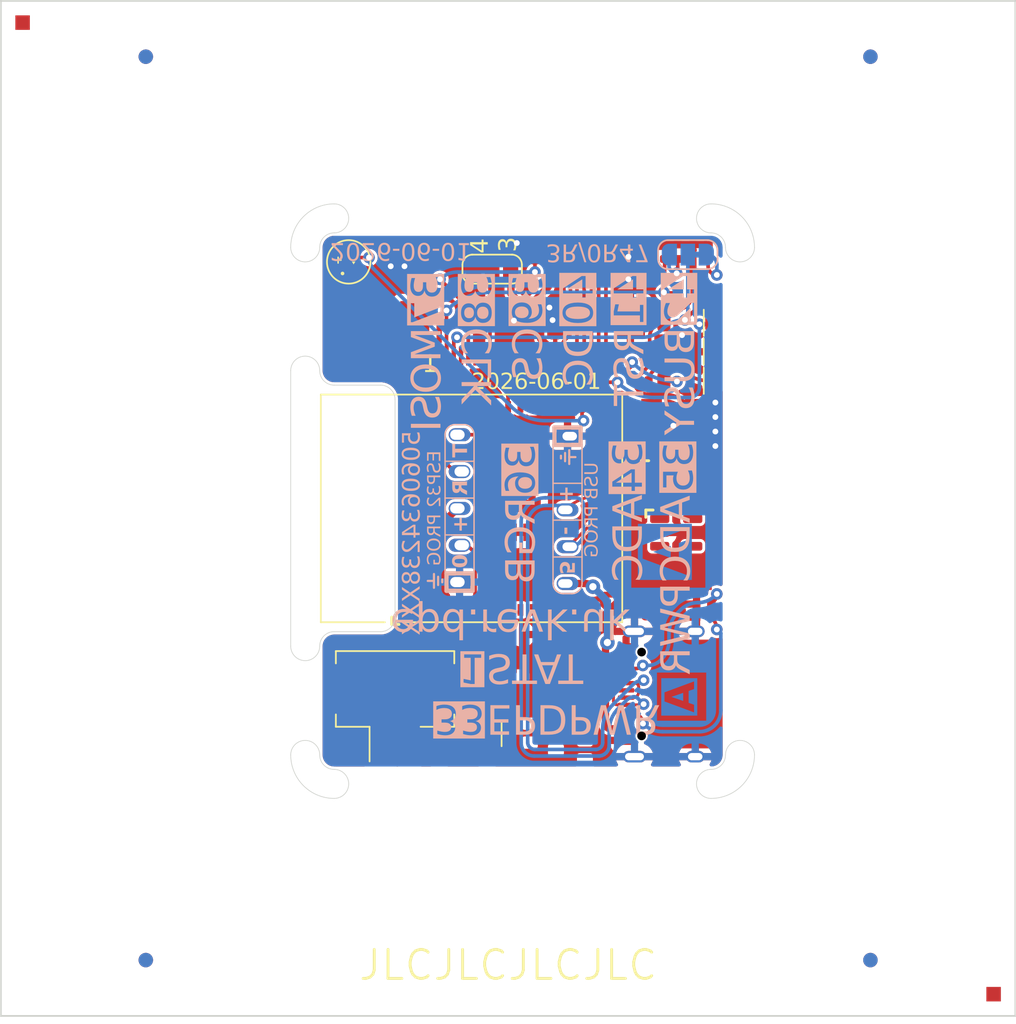
<source format=kicad_pcb>
(kicad_pcb (version 20221018) (generator pcbnew)
  (title_block (title "Waveshare EPD adapter") (rev "1") (company "Adrian Kennard, Andrews & Arnold Ltd"))
  (layers (0 "F.Cu" signal) (31 "B.Cu" signal) (34 "B.Paste" user) (35 "F.Paste" user) (36 "B.SilkS" user "B.Silkscreen") (37 "F.SilkS" user "F.Silkscreen") (38 "B.Mask" user) (39 "F.Mask" user) (44 "Edge.Cuts" user))
  (net 0 "")
  (net 1 "GND")
  (net 4 "DC")
  (net 6 "Net-(U4-EN)")
  (net 7 "+3V3")
  (net 8 "VEPD")
  (net 9 "Net-(D5-K)")
  (net 15 "VBAT")
  (net 19 "EPDPWR")
  (net 20 "ADCFET")
  (net 21 "Net-(Q4-D)")
  (net 25 "Net-(J2-0)")
  (net 26 "Net-(J2-Rx)")
  (net 27 "Net-(J2-Tx)")
  (net 28 "D-")
  (net 29 "D+")
  (net 30 "Net-(J1-Pin_24)")
  (net 31 "Net-(D1-A)")
  (net 32 "Net-(J1-Pin_22)")
  (net 33 "Net-(D3-K)")
  (net 34 "Net-(J1-Pin_20)")
  (net 35 "Net-(J1-Pin_19)")
  (net 36 "Net-(J1-Pin_18)")
  (net 37 "Net-(J1-Pin_5)")
  (net 38 "Net-(J1-Pin_4)")
  (net 39 "Net-(D2-A)")
  (net 40 "Net-(D3-A)")
  (net 41 "Net-(J1-Pin_2)")
  (net 42 "Net-(J1-Pin_3)")
  (net 46 "BUSY")
  (net 47 "RST")
  (net 48 "CS")
  (net 49 "CLK")
  (net 50 "MOSI")
  (net 51 "RGB")
  (net 52 "Net-(J1-Pin_8)")
  (net 53 "Net-(J7-CC1)")
  (net 55 "Net-(J7-CC2)")
  (net 57 "Net-(U1-PROG)")
  (net 58 "ADC")
  (net 59 "Net-(JP1-A)")
  (net 60 "Net-(JP1-B)")
  (net 61 "STAT")
  (net 62 "PWR")
  (net 63 "VBUS")
  (footprint "RevK:C_0402" (layer "F.Cu") (at 106 72.4 90)
    (fp_text reference "C14" hide)
    (fp_text value "1uF 25V" hide)
  )
  (footprint "RevK:C_0402" (layer "F.Cu") (at 105.15 72.4 90)
    (fp_text reference "C3" hide)
    (fp_text value "1uF 25V" hide)
  )
  (footprint "RevK:C_0402" (layer "F.Cu") (at 95 98.7)
    (fp_text reference "C2" hide)
    (fp_text value "100nF" hide)
  )
  (footprint "RevK:C_0402" (layer "F.Cu") (at 103.45 72.4 90)
    (fp_text reference "C4" hide)
    (fp_text value "1uF 25V" hide)
  )
  (footprint "RevK:C_0402" (layer "F.Cu") (at 101.75 72.4 90)
    (fp_text reference "C11" hide)
    (fp_text value "1uF" hide)
  )
  (footprint "RevK:SOT-23" (layer "F.Cu") (at 99.8 102.1)
    (fp_text reference "Q2" hide)
    (fp_text value "CJ2301")
  )
  (footprint "RevK:ESP32-S3-MINI-1" (layer "F.Cu") (at 99 90 90)
    (fp_text reference "U4" hide)
    (fp_text value "ESP32-S3-MINI-1" hide)
  )
  (footprint "RevK:C_0603" (layer "F.Cu") (at 92.7 98.7 180)
    (fp_text reference "C5" hide)
    (fp_text value "22uF")
  )
  (footprint "RevK:R_0402" (layer "F.Cu") (at 103.1 104.5)
    (fp_text reference "R17" hide)
    (fp_text value "100K" hide)
  )
  (footprint "RevK:R_0402" (layer "F.Cu") (at 103.1 98.7)
    (fp_text reference "R12" hide)
    (fp_text value "10K" hide)
  )
  (footprint "RevK:SOT-23" (layer "F.Cu") (at 111.7 74.2 90)
    (fp_text reference "Q1" hide)
    (fp_text value "BSS138")
  )
  (footprint "RevK:C_0402" (layer "F.Cu") (at 102.6 72.4 90)
    (fp_text reference "C7" hide)
    (fp_text value "1uF" hide)
  )
  (footprint "RevK:R_0402" (layer "F.Cu") (at 93.5 81.2)
    (fp_text reference "R3" hide)
    (fp_text value "10K" hide)
  )
  (footprint "RevK:C_0402" (layer "F.Cu") (at 108.2 81.2)
    (fp_text reference "C17" hide)
    (fp_text value "4.7uF" hide)
  )
  (footprint "RevK:C_0402" (layer "F.Cu") (at 100.85 72.4 90)
    (fp_text reference "C12" hide)
    (fp_text value "1uF 25V" hide)
  )
  (footprint "RevK:C_0603" (layer "F.Cu") (at 108.7 72.7 90)
    (fp_text reference "C1" hide)
    (fp_text value "1uF 50V")
  )
  (footprint "RevK:R_0402" (layer "F.Cu") (at 103 103.4)
    (fp_text reference "R16" hide)
    (fp_text value "100K" hide)
  )
  (footprint "RevK:C_0805" (layer "F.Cu") (at 109.75 97)
    (fp_text reference "C19" hide)
    (fp_text value "4.7uF/50V")
  )
  (footprint "RevK:R_0402" (layer "F.Cu") (at 110.7 72.3 -90)
    (fp_text reference "R2" hide)
    (fp_text value "3R" hide)
  )
  (footprint "RevK:SolderJumper3" (layer "F.Cu") (at 97.9 73.5)
    (fp_text reference "JP2" hide)
    (fp_text value "SolderJumper_3_Bridged12")
  )
  (footprint "RevK:R_0402" (layer "F.Cu") (at 112.5 97.5 180)
    (fp_text reference "R4" hide)
    (fp_text value "5k1" hide)
  )
  (footprint "RevK:D_SOD-123" (layer "F.Cu") (at 99.65 105.5)
    (fp_text reference "D5" hide)
    (fp_text value "MBR0530")
  )
  (footprint "RevK:D_SOD-123" (layer "F.Cu") (at 111.4 81.2 180)
    (fp_text reference "D2" hide)
    (fp_text value "MBR0530")
  )
  (footprint "RevK:VCUT70N" (layer "F.Cu") (at 99 108 180)
    (fp_text reference "V4" hide)
    (fp_text value "~")
  )
  (footprint "RevK:R_0402" (layer "F.Cu") (at 112.5 96.6 180)
    (fp_text reference "R5" hide)
    (fp_text value "5k1" hide)
  )
  (footprint "Connector_JST:JST_PH_B2B-PH-SM4-TB_1x02-1MP_P2.00mm_Vertical" (layer "F.Cu") (at 91.2 104.2)
    (fp_text reference "J10" hide)
    (fp_text value "JST-PH-SM3-TBT")
  )
  (footprint "RevK:R_0402" (layer "F.Cu") (at 112.8 72.3 90)
    (fp_text reference "R1" hide)
    (fp_text value "0.47R" hide)
  )
  (footprint "RevK:R_0402" (layer "F.Cu") (at 103.1 102.3)
    (fp_text reference "R15" hide)
    (fp_text value "10K" hide)
  )
  (footprint "RevK:C_0402" (layer "F.Cu") (at 104.3 72.4 90)
    (fp_text reference "C15" hide)
    (fp_text value "1uF 25V" hide)
  )
  (footprint "RevK:SOT-23-5" (layer "F.Cu") (at 110.6 91.6625)
    (fp_text reference "U1" hide)
    (fp_text value "TP4054")
  )
  (footprint "RevK:XUNPU-FPC-05FB-24PH20" (layer "F.Cu") (at 100 78.2 180)
    (fp_text reference "J1" hide)
    (fp_text value "Conn_01x26")
  )
  (footprint "RevK:D_SOD-123" (layer "F.Cu") (at 111.4 77.2 180)
    (fp_text reference "D3" hide)
    (fp_text value "MBR0530")
  )
  (footprint "RevK:R_0402" (layer "F.Cu") (at 103.1 101)
    (fp_text reference "R14" hide)
    (fp_text value "10K" hide)
  )
  (footprint "RevK:R_0402" (layer "F.Cu") (at 109.8 72.3 -90)
    (fp_text reference "R8" hide)
    (fp_text value "10K" hide)
  )
  (footprint "RevK:C_0402" (layer "F.Cu") (at 107.5 84.9 90)
    (fp_text reference "C18" hide)
    (fp_text value "4.7uF" hide)
  )
  (footprint "RevK:SOT-323_SC-70" (layer "F.Cu") (at 111.7 94.75)
    (fp_text reference "Q3" hide)
    (fp_text value "C179347" hide)
  )
  (footprint "RevK:R_0402" (layer "F.Cu") (at 103.1 99.9)
    (fp_text reference "R13" hide)
    (fp_text value "10K" hide)
  )
  (footprint "RevK:SOT-323_SC-70" (layer "F.Cu") (at 108.5 94.75)
    (fp_text reference "Q4" hide)
    (fp_text value "C179347" hide)
  )
  (footprint "RevK:SMD1010" (layer "F.Cu") (at 88 73 90)
    (fp_text reference "D4" hide)
    (fp_text value "XL-1010RGBC-WS2812B" hide)
  )
  (footprint "RevK:USB-C-Socket-H" (layer "F.Cu") (at 109.6 102.8 90)
    (fp_text reference "J7" hide)
    (fp_text value "USB-C-Socket-V")
  )
  (footprint "RevK:VCUT70N" (layer "F.Cu") (at 114 90.5 -90)
    (fp_text reference "V1" hide)
    (fp_text value "~")
  )
  (footprint "RevK:L_4x4" (layer "F.Cu") (at 110.4 84.3 180)
    (fp_text reference "L1" hide)
    (fp_text value "10uH")
  )
  (footprint "RevK:D_SOD-123" (layer "F.Cu") (at 111.4 79.2 180)
    (fp_text reference "D1" hide)
    (fp_text value "MBR0530")
  )
  (footprint "RevK:SOT-23-5" (layer "F.Cu") (at 110.3 88.2625)
    (fp_text reference "U2" hide)
    (fp_text value "ME6211C33M5G-N")
  )
  (footprint "RevK:C_0402" (layer "F.Cu") (at 95.3 81.2)
    (fp_text reference "C6" hide)
    (fp_text value "1uF" hide)
  )
  (footprint "RevK:PCB7070" (layer "F.Cu") (at 99 90)
    (fp_text reference "PCB1" hide)
    (fp_text value "70x70" hide)
    (fp_line (start -35 -35) (end 35 -35) (stroke (width 0.12)) (layer "Edge.Cuts"))
    (fp_line (start -35 35) (end -35 -35) (stroke (width 0.12)) (layer "Edge.Cuts"))
    (fp_line (start 35 -35) (end 35 35) (stroke (width 0.12)) (layer "Edge.Cuts"))
    (fp_line (start 35 35) (end -35 35) (stroke (width 0.12)) (layer "Edge.Cuts"))
  )
  (footprint "RevK:VCUT70N" (layer "B.Cu") (at 99 71 180)
    (fp_text reference "V6" hide)
    (fp_text value "~")
  )
  (footprint "RevK:SolderJumper3" (layer "B.Cu") (at 111.4 72.5 180)
    (fp_text reference "JP1" hide)
    (fp_text value "SolderJumper_3_Bridged12")
  )
  (footprint "RevK:VCUT70N" (layer "B.Cu") (at 86 90.5 -90)
    (fp_text reference "V3" hide)
    (fp_text value "~")
  )
  (footprint "RevK:USB-PROG" (layer "B.Cu") (at 103.1 90.1 90)
    (fp_text reference "J3" hide)
    (fp_text value "USB-PROG" hide)
  )
  (footprint "RevK:Shelly" (layer "B.Cu") (at 95.65 90 -90)
    (fp_text reference "J2" hide)
    (fp_text value "Shelly" hide)
  )
  (gr_circle (center 88 73) (end 89.5 73) (stroke (width 0.12)) (fill none) (layer "F.SilkS"))
  (gr_arc (start 83.999999 80.5) (mid 84.999999 79.5) (end 85.999999 80.5) (stroke (width 0.05)) (layer "Edge.Cuts"))
  (gr_arc (start 113 69) (mid 115.12132 69.87868) (end 116 72) (stroke (width 0.05)) (layer "Edge.Cuts"))
  (gr_line (start 83.999999 80.5) (end 84 99.5) (stroke (width 0.05)) (layer "Edge.Cuts"))
  (gr_arc (start 86.999999 81.5) (mid 86.292893 81.207106) (end 85.999999 80.5) (stroke (width 0.05)) (layer "Edge.Cuts"))
  (gr_arc (start 113 110) (mid 112 109) (end 113 108) (stroke (width 0.05)) (layer "Edge.Cuts"))
  (gr_line (start 91.200001 97.500001) (end 91.2 82.5) (stroke (width 0.05)) (layer "Edge.Cuts"))
  (gr_arc (start 83.999999 107.000001) (mid 84.999999 106.000001) (end 85.999999 107.000001) (stroke (width 0.05)) (layer "Edge.Cuts"))
  (gr_arc (start 86.000001 72.000001) (mid 85.000001 73.000001) (end 84.000001 72.000001) (stroke (width 0.05)) (layer "Edge.Cuts"))
  (gr_arc (start 86.000001 72.000001) (mid 86.292894 71.292894) (end 87.000001 71.000001) (stroke (width 0.05)) (layer "Edge.Cuts"))
  (gr_arc (start 86 99.5) (mid 85 100.5) (end 84 99.5) (stroke (width 0.05)) (layer "Edge.Cuts"))
  (gr_arc (start 114 107) (mid 115 106) (end 116 107) (stroke (width 0.05)) (layer "Edge.Cuts"))
  (gr_arc (start 116 107) (mid 115.12132 109.12132) (end 113 110) (stroke (width 0.05)) (layer "Edge.Cuts"))
  (gr_arc (start 87.000001 69.000001) (mid 88.000001 70.000001) (end 87.000001 71.000001) (stroke (width 0.05)) (layer "Edge.Cuts"))
  (gr_arc (start 114 107) (mid 113.707107 107.707107) (end 113 108) (stroke (width 0.05)) (layer "Edge.Cuts"))
  (gr_line (start 90.2 81.5) (end 86.999999 81.5) (stroke (width 0.05)) (layer "Edge.Cuts"))
  (gr_arc (start 86.999999 108.000001) (mid 87.999999 109) (end 86.999999 110.000001) (stroke (width 0.05)) (layer "Edge.Cuts"))
  (gr_arc (start 91.200001 97.500001) (mid 90.907108 98.207108) (end 90.200001 98.500001) (stroke (width 0.05)) (layer "Edge.Cuts"))
  (gr_arc (start 113 71) (mid 113.707107 71.292893) (end 114 72) (stroke (width 0.05)) (layer "Edge.Cuts"))
  (gr_arc (start 116 72) (mid 115 73) (end 114 72) (stroke (width 0.05)) (layer "Edge.Cuts"))
  (gr_arc (start 86.999999 108.000001) (mid 86.292893 107.707107) (end 85.999999 107.000001) (stroke (width 0.05)) (layer "Edge.Cuts"))
  (gr_arc (start 86 99.5) (mid 86.292894 98.792894) (end 87 98.5) (stroke (width 0.05)) (layer "Edge.Cuts"))
  (gr_arc (start 86.999999 110.000001) (mid 84.878679 109.121321) (end 83.999999 107.000001) (stroke (width 0.05)) (layer "Edge.Cuts"))
  (gr_arc (start 84.000001 72.000001) (mid 84.878681 69.878681) (end 87.000001 69.000001) (stroke (width 0.05)) (layer "Edge.Cuts"))
  (gr_line (start 87 98.5) (end 90.200001 98.500001) (stroke (width 0.05)) (layer "Edge.Cuts"))
  (gr_arc (start 113 71) (mid 112 70) (end 113 69) (stroke (width 0.05)) (layer "Edge.Cuts"))
  (gr_arc (start 90.2 81.5) (mid 90.907107 81.792893) (end 91.2 82.5) (stroke (width 0.05)) (layer "Edge.Cuts"))
  (gr_text "A" (at 111 103 90) (layer "B.Cu" knockout) (effects (font (size 2 2) (thickness 0.3) bold) (justify mirror)))
  (gr_text "A" (at 110.1 93 90) (layer "B.Cu" knockout) (effects (font (size 3 3) (thickness 0.3) bold) (justify mirror)))
  (gr_text "37" (at 93.5 77.4 90) (layer "B.SilkS" knockout) (effects (font (size 2 2)) (justify right mirror)))
  (gr_text "39" (at 100.5 77.4 90) (layer "B.SilkS" knockout) (effects (font (size 2 2)) (justify right mirror)))
  (gr_text "ADC" (at 107.4 89.05 90) (layer "B.SilkS") (effects (font (size 2 2)) (justify left mirror)))
  (gr_text "${CURRENT_DATE}" (at 86.7 71.5 180) (layer "B.SilkS") (effects (font (size 1.2 1.2)) (justify left bottom mirror)))
  (gr_text "epd.revk.uk" (at 107.4 97.8 180) (layer "B.SilkS") (effects (font (size 2 2)) (justify right mirror)))
  (gr_text "36" (at 100 89.1 90) (layer "B.SilkS" knockout) (effects (font (size 2 2)) (justify right mirror)))
  (gr_text "35" (at 110.9 88.95 90) (layer "B.SilkS" knockout) (effects (font (size 2 2)) (justify right mirror)))
  (gr_text "ADCPWR" (at 110.7 89.1 90) (layer "B.SilkS") (effects (font (size 2 2)) (justify left mirror)))
  (gr_text "5060634238XXX" (at 92.4 91.7 90) (layer "B.SilkS") (effects (font (size 1.2 1.2)) (justify mirror)))
  (gr_text "BUSY" (at 111 77.5 90) (layer "B.SilkS") (effects (font (size 2 2)) (justify left mirror)))
  (gr_text "CS" (at 100.5 77.5 90) (layer "B.SilkS") (effects (font (size 2 2)) (justify left mirror)))
  (gr_text "38" (at 97 77.4 90) (layer "B.SilkS" knockout) (effects (font (size 2 2)) (justify right mirror)))
  (gr_text "EPDPWR" (at 97.5 104.4 180) (layer "B.SilkS") (effects (font (size 2 2)) (justify left mirror)))
  (gr_text "33" (at 97.4 104.4 180) (layer "B.SilkS" knockout) (effects (font (size 2 2)) (justify right mirror)))
  (gr_text "STAT" (at 97.5 100.9 180) (layer "B.SilkS") (effects (font (size 2 2)) (justify left mirror)))
  (gr_text "41" (at 107.5 77.4 90) (layer "B.SilkS" knockout) (effects (font (size 2 2)) (justify right mirror)))
  (gr_text "CLK" (at 97 77.5 90) (layer "B.SilkS") (effects (font (size 2 2)) (justify left mirror)))
  (gr_text "42" (at 111 77.4 90) (layer "B.SilkS" knockout) (effects (font (size 2 2)) (justify right mirror)))
  (gr_text "DC" (at 104 77.5 90) (layer "B.SilkS") (effects (font (size 2 2)) (justify left mirror)))
  (gr_text "MOSI" (at 93.5 77.5 90) (layer "B.SilkS") (effects (font (size 2 2)) (justify left mirror)))
  (gr_text "RGB" (at 100 89.2 90) (layer "B.SilkS") (effects (font (size 2 2)) (justify left mirror)))
  (gr_text "1" (at 97.4 100.9 180) (layer "B.SilkS" knockout) (effects (font (size 2 2)) (justify right mirror)))
  (gr_text "3R/0R47" (at 101.6 72.3 180) (layer "B.SilkS") (effects (font (size 1.2 1.2)) (justify left mirror)))
  (gr_text "34" (at 107.4 88.95 90) (layer "B.SilkS" knockout) (effects (font (size 2 2)) (justify right mirror)))
  (gr_text "40" (at 104 77.4 90) (layer "B.SilkS" knockout) (effects (font (size 2 2)) (justify right mirror)))
  (gr_text "RST" (at 107.5 77.5 90) (layer "B.SilkS") (effects (font (size 2 2)) (justify left mirror)))
  (gr_text "${CURRENT_DATE}" (at 96.475 81.95) (layer "F.SilkS") (effects (font (size 1.1 1.1)) (justify left bottom)))
  (gr_text "1" (at 93.6 80.1) (layer "F.SilkS") (effects (font (size 1.2 1.2))))
  (gr_text "4" (at 97.8 71.9 90) (layer "F.SilkS") (effects (font (size 1.2 1.2)) (justify bottom)))
  (gr_text "3" (at 99.744975 71.8 90) (layer "F.SilkS") (effects (font (size 1.2 1.2)) (justify bottom)))
  (segment (start 106.725 83.8) (end 106.725 83.725) (width 0.25) (layer "F.Cu") (net 1))
  (segment (start 95.6 83) (end 95.6 81.682842) (width 0.5) (layer "F.Cu") (net 1))
  (segment (start 94.310811 84.05) (end 92 84.05) (width 0.5) (layer "F.Cu") (net 1))
  (segment (start 106.725 83.8) (end 106.725 84.625) (width 0.25) (layer "F.Cu") (net 1))
  (segment (start 96.6 73.5) (end 95.35 73.5) (width 0.5) (layer "F.Cu") (net 1))
  (segment (start 94.75 83) (end 94.75 83.610811) (width 0.5) (layer "F.Cu") (net 1))
  (segment (start 94.75 83.610811) (end 94.310811 84.05) (width 0.5) (layer "F.Cu") (net 1))
  (via (at 107.3 72.65) (size 0.8) (drill 0.4) (layers "F.Cu" "B.Cu") (net 1))
  (via (at 107.3 74.2) (size 0.8) (drill 0.4) (layers "F.Cu" "B.Cu") (net 1))
  (via (at 91.85 73.3) (size 0.8) (drill 0.4) (layers "F.Cu" "B.Cu") (net 1))
  (via (at 111 78.05) (size 0.8) (drill 0.4) (layers "F.Cu" "B.Cu") (net 1))
  (via (at 113.3 82.7) (size 0.8) (drill 0.4) (layers "F.Cu" "B.Cu") (net 1))
  (via (at 102.067112 77.015844) (size 0.8) (drill 0.4) (layers "F.Cu" "B.Cu") (net 1))
  (via (at 113.3 84.7) (size 0.8) (drill 0.4) (layers "F.Cu" "B.Cu") (net 1))
  (via (at 99.4 77.05) (size 0.8) (drill 0.4) (layers "F.Cu" "B.Cu") (net 1))
  (via (at 99.6 71.7) (size 0.8) (drill 0.4) (layers "F.Cu" "B.Cu") (net 1))
  (via (at 101.85 76.15) (size 0.8) (drill 0.4) (layers "F.Cu" "B.Cu") (net 1))
  (via (at 113.3 85.7) (size 0.8) (drill 0.4) (layers "F.Cu" "B.Cu") (net 1))
  (via (at 90.9 73.3) (size 0.8) (drill 0.4) (layers "F.Cu" "B.Cu") (net 1))
  (via (at 113.3 83.7) (size 0.8) (drill 0.4) (layers "F.Cu" "B.Cu") (net 1))
  (via (at 110.4 84.3) (size 0.8) (drill 0.4) (layers "F.Cu" "B.Cu") (net 1))
  (arc (start 95.6 81.682842) (mid 95.651978 81.42153) (end 95.8 81.2) (width 0.5) (layer "F.Cu") (net 1))
  (arc (start 106.725 84.625) (mid 106.951992 85.173008) (end 107.5 85.4) (width 0.25) (layer "F.Cu") (net 1))
  (arc (start 106.725 83.725) (mid 106.512652 83.212348) (end 106 83) (width 0.25) (layer "F.Cu") (net 1))
  (segment (start 99.25 79.5) (end 99.25 80.054288) (width 0.25) (layer "F.Cu") (net 4))
  (segment (start 99.86382 81.53618) (end 100.256191 81.928552) (width 0.25) (layer "F.Cu") (net 4))
  (arc (start 100.7 83) (mid 100.584658 82.420136) (end 100.256191 81.928552) (width 0.25) (layer "F.Cu") (net 4))
  (arc (start 99.25 80.054288) (mid 99.409527 80.856282) (end 99.86382 81.53618) (width 0.25) (layer "F.Cu") (net 4))
  (segment (start 94.8 81.2) (end 94 81.2) (width 0.25) (layer "F.Cu") (net 6))
  (segment (start 93.651041 81.548959) (end 94 81.2) (width 0.25) (layer "F.Cu") (net 6))
  (arc (start 93.05 83) (mid 93.206205 82.214702) (end 93.651041 81.548959) (width 0.25) (layer "F.Cu") (net 6))
  (segment (start 95.5 90) (end 94.45 91.05) (width 0.5) (layer "F.Cu") (net 7))
  (segment (start 94.45 91.05) (end 94.45 95.75) (width 0.5) (layer "F.Cu") (net 7))
  (segment (start 94.45 95.75) (end 94.75 96.05) (width 0.5) (layer "F.Cu") (net 7))
  (segment (start 94.75 96.05) (end 94.75 97) (width 0.5) (layer "F.Cu") (net 7))
  (segment (start 108.8 84.4) (end 108.9 84.3) (width 0.5) (layer "F.Cu") (net 8))
  (segment (start 101.25 78.3) (end 101.65 78.7) (width 0.5) (layer "F.Cu") (net 8))
  (segment (start 107.5 84.4) (end 108.8 84.4) (width 0.5) (layer "F.Cu") (net 8))
  (segment (start 99.2 75.2) (end 100.25 76.25) (width 0.5) (layer "F.Cu") (net 8))
  (segment (start 101.25 78.3) (end 101.35 78.4) (width 0.5) (layer "F.Cu") (net 8))
  (segment (start 103.230143 80.6) (end 101.75 80.6) (width 0.5) (layer "F.Cu") (net 8))
  (segment (start 101.65 79.8) (end 101.35 79.5) (width 0.5) (layer "F.Cu") (net 8))
  (segment (start 100.25 76.25) (end 101.75 74.75) (width 0.5) (layer "F.Cu") (net 8))
  (segment (start 107.5 84.4) (end 107.5 82.8) (width 0.5) (layer "F.Cu") (net 8))
  (segment (start 107.5 82.8) (end 106.85 82.15) (width 0.5) (layer "F.Cu") (net 8))
  (segment (start 106.85 82.15) (end 104.780143 82.15) (width 0.5) (layer "F.Cu") (net 8))
  (segment (start 101.75 80.6) (end 101.65 80.5) (width 0.5) (layer "F.Cu") (net 8))
  (segment (start 101.65 80.5) (end 101.65 79.8) (width 0.5) (layer "F.Cu") (net 8))
  (segment (start 104.780143 82.15) (end 103.230143 80.6) (width 0.5) (layer "F.Cu") (net 8))
  (segment (start 100.25 76.25) (end 101.25 77.25) (width 0.5) (layer "F.Cu") (net 8))
  (segment (start 101.25 77.25) (end 101.25 78.3) (width 0.5) (layer "F.Cu") (net 8))
  (segment (start 101.35 78.4) (end 101.35 79.5) (width 0.5) (layer "F.Cu") (net 8))
  (segment (start 101.75 74.75) (end 101.75 72.9) (width 0.5) (layer "F.Cu") (net 8))
  (segment (start 99.2 73.5) (end 99.2 75.2) (width 0.5) (layer "F.Cu") (net 8))
  (segment (start 101.65 78.7) (end 101.65 79.5) (width 0.5) (layer "F.Cu") (net 8))
  (segment (start 96.725 93.465) (end 96.725 95.85) (width 0.25) (layer "F.Cu") (net 25))
  (segment (start 95.6 96.575) (end 95.6 97) (width 0.25) (layer "F.Cu") (net 25))
  (segment (start 96.3 96.275) (end 95.9 96.275) (width 0.25) (layer "F.Cu") (net 25))
  (arc (start 96.725 95.85) (mid 96.60052 96.15052) (end 96.3 96.275) (width 0.25) (layer "F.Cu") (net 25))
  (arc (start 95.8 92.54) (mid 96.454074 92.810926) (end 96.725 93.465) (width 0.25) (layer "F.Cu") (net 25))
  (arc (start 95.9 96.275) (mid 95.687868 96.362868) (end 95.6 96.575) (width 0.25) (layer "F.Cu") (net 25))
  (segment (start 97.3 83.65) (end 97.3 83) (width 0.25) (layer "F.Cu") (net 26))
  (segment (start 94.736992 84.436992) (end 94.89147 84.282513) (width 0.25) (layer "F.Cu") (net 26))
  (segment (start 95.223455 84.145) (end 96.805 84.145) (width 0.25) (layer "F.Cu") (net 26))
  (segment (start 94.575 86.235) (end 94.575 84.828075) (width 0.25) (layer "F.Cu") (net 26))
  (arc (start 96.805 84.145) (mid 97.155018 84.000018) (end 97.3 83.65) (width 0.25) (layer "F.Cu") (net 26))
  (arc (start 94.89147 84.282513) (mid 95.043786 84.180738) (end 95.223455 84.145) (width 0.25) (layer "F.Cu") (net 26))
  (arc (start 94.575 84.828075) (mid 94.6171 84.616423) (end 94.736992 84.436992) (width 0.25) (layer "F.Cu") (net 26))
  (arc (start 95.8 87.46) (mid 94.933794 87.101206) (end 94.575 86.235) (width 0.25) (layer "F.Cu") (net 26))
  (segment (start 96.88 84.92) (end 95.5 84.92) (width 0.25) (layer "F.Cu") (net 27))
  (segment (start 98.15 83) (end 98.15 83.65) (width 0.25) (layer "F.Cu") (net 27))
  (arc (start 98.15 83.65) (mid 97.778026 84.548026) (end 96.88 84.92) (width 0.25) (layer "F.Cu") (net 27))
  (segment (start 105.8 90) (end 103.25 92.55) (width 0.2) (layer "F.Cu") (net 28))
  (segment (start 107.14 103.55) (end 106.53759 103.55) (width 0.2) (layer "F.Cu") (net 28))
  (segment (start 107.14 103.55) (end 108.3 103.55) (width 0.2) (layer "F.Cu") (net 28))
  (segment (start 108.3 103.55) (end 108.35 103.5) (width 0.2) (layer "F.Cu") (net 28))
  (segment (start 107.14 102.55) (end 106.62 102.55) (width 0.2) (layer "F.Cu") (net 28))
  (segment (start 106.27 102.9) (end 106.27 103.28241) (width 0.2) (layer "F.Cu") (net 28))
  (segment (start 105.25 90.55) (end 103.31364 92.48636) (width 0.2) (layer "F.Cu") (net 28))
  (segment (start 105.8 90) (end 105.25 90.55) (width 0.2) (layer "F.Cu") (net 28))
  (segment (start 105.25 90.55) (end 105.658578 90.141422) (width 0.2) (layer "F.Cu") (net 28))
  (via (at 108.35 103.5) (size 0.8) (drill 0.4) (layers "F.Cu" "B.Cu") (net 28))
  (arc (start 105.658578 90.141422) (mid 105.815223 90.036755) (end 106 90) (width 0.2) (layer "F.Cu") (net 28))
  (arc (start 106.53759 103.55) (mid 106.348375 103.471625) (end 106.27 103.28241) (width 0.2) (layer "F.Cu") (net 28))
  (arc (start 106.62 102.55) (mid 106.372513 102.652513) (end 106.27 102.9) (width 0.2) (layer "F.Cu") (net 28))
  (segment (start 107.615706 103.001211) (end 107.682842 103) (width 0.25) (layer "B.Cu") (net 28))
  (segment (start 105.936275 106.580643) (end 105.973275 106.418533) (width 0.25) (layer "B.Cu") (net 28))
  (segment (start 100.8 107.075) (end 105.235394 107.075) (width 0.25) (layer "B.Cu") (net 28))
  (segment (start 106.502723 103.900319) (end 106.6 103.8) (width 0.25) (layer "B.Cu") (net 28))
  (segment (start 107.2 103.2) (end 107.248319 103.153375) (width 0.25) (layer "B.Cu") (net 28))
  (segment (start 106.013622 104.89211) (end 106.085948 104.62219) (width 0.25) (layer "B.Cu") (net 28))
  (segment (start 105.630455 106.96413) (end 105.760457 106.860457) (width 0.25) (layer "B.Cu") (net 28))
  (segment (start 105.975 105.308883) (end 105.977146 105.169162) (width 0.25) (layer "B.Cu") (net 28))
  (segment (start 105.318533 107.073275) (end 105.480643 107.036275) (width 0.25) (layer "B.Cu") (net 28))
  (segment (start 107.921848 103.073015) (end 107.956067 103.106067) (width 0.25) (layer "B.Cu") (net 28))
  (segment (start 105.86413 106.730455) (end 105.936275 106.580643) (width 0.25) (layer "B.Cu") (net 28))
  (segment (start 107.682842 103) (end 107.7 103) (width 0.25) (layer "B.Cu") (net 28))
  (segment (start 106.192887 104.364019) (end 106.332609 104.122015) (width 0.25) (layer "B.Cu") (net 28))
  (segment (start 107.7 103) (end 107.747568 103.000819) (width 0.25) (layer "B.Cu") (net 28))
  (segment (start 105.760457 106.860457) (end 105.86413 106.730455) (width 0.25) (layer "B.Cu") (net 28))
  (segment (start 107.359962 103.07878) (end 107.484014 103.0274) (width 0.25) (layer "B.Cu") (net 28))
  (segment (start 107.747568 103.000819) (end 107.839461 103.025444) (width 0.25) (layer "B.Cu") (net 28))
  (segment (start 107.956067 103.106067) (end 108.35 103.5) (width 0.25) (layer "B.Cu") (net 28))
  (segment (start 105.975 106.335394) (end 105.975 105.308883) (width 0.25) (layer "B.Cu") (net 28))
  (segment (start 107.248319 103.153375) (end 107.359962 103.07878) (width 0.25) (layer "B.Cu") (net 28))
  (segment (start 104.2 91.69) (end 104.2 89.803984) (width 0.25) (layer "B.Cu") (net 28))
  (segment (start 107.484014 103.0274) (end 107.615706 103.001211) (width 0.25) (layer "B.Cu") (net 28))
  (segment (start 105.235394 107.075) (end 105.318533 107.073275) (width 0.25) (layer "B.Cu") (net 28))
  (segment (start 105.480643 107.036275) (end 105.630455 106.96413) (width 0.25) (layer "B.Cu") (net 28))
  (segment (start 106.6 103.8) (end 107.2 103.2) (width 0.25) (layer "B.Cu") (net 28))
  (segment (start 107.839461 103.025444) (end 107.921848 103.073015) (width 0.25) (layer "B.Cu") (net 28))
  (segment (start 103.6664 89.270384) (end 101.568139 89.270384) (width 0.25) (layer "B.Cu") (net 28))
  (segment (start 106.085948 104.62219) (end 106.192887 104.364019) (width 0.25) (layer "B.Cu") (net 28))
  (segment (start 99.9 90.938523) (end 99.9 106.175) (width 0.25) (layer "B.Cu") (net 28))
  (segment (start 105.973275 106.418533) (end 105.975 106.335394) (width 0.25) (layer "B.Cu") (net 28))
  (segment (start 106.332609 104.122015) (end 106.502723 103.900319) (width 0.25) (layer "B.Cu") (net 28))
  (segment (start 105.977146 105.169162) (end 106.013622 104.89211) (width 0.25) (layer "B.Cu") (net 28))
  (arc (start 104.2 89.803984) (mid 104.043712 89.426672) (end 103.6664 89.270384) (width 0.25) (layer "B.Cu") (net 28))
  (arc (start 99.9 106.175) (mid 100.163604 106.811396) (end 100.8 107.075) (width 0.25) (layer "B.Cu") (net 28))
  (arc (start 103.25 92.64) (mid 103.921751 92.361751) (end 104.2 91.69) (width 0.25) (layer "B.Cu") (net 28))
  (arc (start 101.568139 89.270384) (mid 100.388587 89.758971) (end 99.9 90.938523) (width 0.25) (layer "B.Cu") (net 28))
  (segment (start 106 89.15) (end 105.243502 89.15) (width 0.2) (layer "F.Cu") (net 29))
  (segment (start 108.150498 102.05) (end 108.350498 101.85) (width 0.2) (layer "F.Cu") (net 29))
  (segment (start 107.14 102.05) (end 107.74241 102.05) (width 0.2) (layer "F.Cu") (net 29))
  (segment (start 107.68122 103.05) (end 107.14 103.05) (width 0.2) (layer "F.Cu") (net 29))
  (segment (start 107.14 102.05) (end 108.150498 102.05) (width 0.2) (layer "F.Cu") (net 29))
  (segment (start 108.01 102.31759) (end 108.01 102.636367) (width 0.2) (layer "F.Cu") (net 29))
  (via (at 108.350498 101.85) (size 0.8) (drill 0.4) (layers "F.Cu" "B.Cu") (net 29))
  (arc (start 105.243502 89.15) (mid 104.002268 89.396897) (end 102.95 90.1) (width 0.2) (layer "F.Cu") (net 29))
  (arc (start 108.01 102.636367) (mid 107.973947 102.817618) (end 107.871276 102.971276) (width 0.2) (layer "F.Cu") (net 29))
  (arc (start 107.871276 102.971276) (mid 107.784077 103.029541) (end 107.68122 103.05) (width 0.2) (layer "F.Cu") (net 29))
  (arc (start 107.74241 102.05) (mid 107.931625 102.128375) (end 108.01 102.31759) (width 0.2) (layer "F.Cu") (net 29))
  (segment (start 105.525 105.2) (end 105.525 106.148998) (width 0.25) (layer "B.Cu") (net 29))
  (segment (start 107.604674 102.158931) (end 106.981802 102.781802) (width 0.25) (layer "B.Cu") (net 29))
  (segment (start 101.6 89.8) (end 102.65 89.8) (width 0.25) (layer "B.Cu") (net 29))
  (segment (start 106.981802 102.781802) (end 106.20481 103.558794) (width 0.25) (layer "B.Cu") (net 29))
  (segment (start 105.048998 106.625) (end 100.851002 106.625) (width 0.25) (layer "B.Cu") (net 29))
  (segment (start 100.35 106.123998) (end 100.35 91.05) (width 0.25) (layer "B.Cu") (net 29))
  (arc (start 106.20481 103.558794) (mid 105.701677 104.311785) (end 105.525 105.2) (width 0.25) (layer "B.Cu") (net 29))
  (arc (start 100.851002 106.625) (mid 100.49674 106.47826) (end 100.35 106.123998) (width 0.25) (layer "B.Cu") (net 29))
  (arc (start 102.65 89.8) (mid 102.862132 89.887868) (end 102.95 90.1) (width 0.25) (layer "B.Cu") (net 29))
  (arc (start 108.350498 101.85) (mid 107.946861 101.930288) (end 107.604674 102.158931) (width 0.25) (layer "B.Cu") (net 29))
  (arc (start 100.35 91.05) (mid 100.716117 90.166117) (end 101.6 89.8) (width 0.25) (layer "B.Cu") (net 29))
  (arc (start 105.525 106.148998) (mid 105.385582 106.485582) (end 105.048998 106.625) (width 0.25) (layer "B.Cu") (net 29))
  (segment (start 106.625 73.475) (end 108.7 73.475) (width 0.25) (layer "F.Cu") (net 30))
  (segment (start 105.75 79.5) (end 105.75 74.35) (width 0.25) (layer "F.Cu") (net 30))
  (arc (start 105.75 74.35) (mid 106.006282 73.731282) (end 106.625 73.475) (width 0.25) (layer "F.Cu") (net 30))
  (segment (start 108.957107 80.579289) (end 109.368198 80.168198) (width 0.25) (layer "F.Cu") (net 31))
  (segment (start 110.975 80.425) (end 109.75 79.2) (width 0.25) (layer "F.Cu") (net 31))
  (arc (start 109.75 79.246447) (mid 109.650773 79.745295) (end 109.368198 80.168198) (width 0.25) (layer "F.Cu") (net 31))
  (arc (start 108.7 81.2) (mid 108.76682 80.864074) (end 108.957107 80.579289) (width 0.25) (layer "F.Cu") (net 31))
  (arc (start 112.846015 81.2) (mid 111.833429 80.998584) (end 110.975 80.425) (width 0.25) (layer "F.Cu") (net 31))
  (segment (start 105.15 73.169999) (end 105.15 72.9) (width 0.25) (layer "F.Cu") (net 32))
  (segment (start 104.959999 73.359999) (end 105.15 73.169999) (width 0.25) (layer "F.Cu") (net 32))
  (segment (start 104.75 79.5) (end 104.75 73.866981) (width 0.25) (layer "F.Cu") (net 32))
  (arc (start 104.75 73.866981) (mid 104.804577 73.592605) (end 104.959999 73.359999) (width 0.25) (layer "F.Cu") (net 32))
  (segment (start 105.1 81.3) (end 106.55 81.3) (width 0.25) (layer "F.Cu") (net 33))
  (segment (start 112.2 77.3) (end 112.95 77.3) (width 0.25) (layer "F.Cu") (net 33))
  (segment (start 104.25 79.5) (end 104.25 74.1) (width 0.25) (layer "F.Cu") (net 33))
  (segment (start 104.25 74.1) (end 104.25 73.02071) (width 0.25) (layer "F.Cu") (net 33))
  (segment (start 104.25 74.1) (end 104.25 72.95) (width 0.25) (layer "F.Cu") (net 33))
  (segment (start 104.25 79.5) (end 104.25 80.45) (width 0.25) (layer "F.Cu") (net 33))
  (via (at 106.55 81.3) (size 0.8) (drill 0.4) (layers "F.Cu" "B.Cu") (net 33))
  (via (at 112.2 77.3) (size 0.8) (drill 0.4) (layers "F.Cu" "B.Cu") (net 33))
  (arc (start 104.25 80.45) (mid 104.498959 81.051041) (end 105.1 81.3) (width 0.25) (layer "F.Cu") (net 33))
  (segment (start 112.2 77.3) (end 112.2 81.65) (width 0.25) (layer "B.Cu") (net 33))
  (segment (start 111.5 82.35) (end 109.084924 82.35) (width 0.25) (layer "B.Cu") (net 33))
  (arc (start 109.084924 82.35) (mid 107.713033 82.077114) (end 106.55 81.3) (width 0.25) (layer "B.Cu") (net 33))
  (arc (start 112.2 81.65) (mid 111.994975 82.144975) (end 111.5 82.35) (width 0.25) (layer "B.Cu") (net 33))
  (segment (start 103.75 79.5) (end 103.75 73.624264) (width 0.25) (layer "F.Cu") (net 34))
  (arc (start 103.75 73.624264) (mid 103.672033 73.232295) (end 103.45 72.9) (width 0.25) (layer "F.Cu") (net 34))
  (segment (start 102.6 72.9) (end 102.6 73.169999) (width 0.25) (layer "F.Cu") (net 36))
  (segment (start 103.2 78.1) (end 102.9 78.4) (width 0.25) (layer "F.Cu") (net 36))
  (segment (start 102.6 73.169999) (end 103.137364 73.707363) (width 0.25) (layer "F.Cu") (net 36))
  (segment (start 103.3 74.1) (end 103.3 77.858579) (width 0.25) (layer "F.Cu") (net 36))
  (segment (start 102.75 79.5) (end 102.75 78.762132) (width 0.25) (layer "F.Cu") (net 36))
  (arc (start 103.137364 73.707363) (mid 103.257732 73.887506) (end 103.3 74.1) (width 0.25) (layer "F.Cu") (net 36))
  (arc (start 103.3 77.858579) (mid 103.274011 77.989235) (end 103.2 78.1) (width 0.25) (layer "F.Cu") (net 36))
  (arc (start 102.75 78.762132) (mid 102.788984 78.566148) (end 102.9 78.4) (width 0.25) (layer "F.Cu") (net 36))
  (segment (start 96.25 79.5) (end 96.25 76.15) (width 0.25) (layer "F.Cu") (net 37))
  (segment (start 96.25 76.15) (end 94.3 74.2) (width 0.25) (layer "F.Cu") (net 37))
  (segment (start 100.85 72.9) (end 100.85 73.7) (width 0.25) (layer "F.Cu") (net 37))
  (via (at 94.3 74.2) (size 0.8) (drill 0.4) (layers "F.Cu" "B.Cu") (net 37))
  (via (at 100.85 73.7) (size 0.8) (drill 0.4) (layers "F.Cu" "B.Cu") (net 37))
  (segment (start 100.85 73.7) (end 95.507106 73.7) (width 0.25) (layer "B.Cu") (net 37))
  (arc (start 95.507106 73.7) (mid 94.853825 73.829946) (end 94.3 74.2) (width 0.25) (layer "B.Cu") (net 37))
  (segment (start 110.65 81.25) (end 109.8 81.25) (width 0.25) (layer "F.Cu") (net 39))
  (segment (start 105.25 79.5) (end 105.25 74.215712) (width 0.25) (layer "F.Cu") (net 39))
  (segment (start 105.25 79.5) (end 105.25 80.225) (width 0.25) (layer "F.Cu") (net 39))
  (segment (start 105.56214 73.46214) (end 106 73.02428) (width 0.25) (layer "F.Cu") (net 39))
  (segment (start 106.999694 80.475) (end 105.5 80.475) (width 0.25) (layer "F.Cu") (net 39))
  (via (at 107.562347 79.912347) (size 0.8) (drill 0.4) (layers "F.Cu" "B.Cu") (net 39))
  (via (at 110.65 81.25) (size 0.8) (drill 0.4) (layers "F.Cu" "B.Cu") (net 39))
  (arc (start 107.562347 79.912347) (mid 107.39755 80.310203) (end 106.999694 80.475) (width 0.25) (layer "F.Cu") (net 39))
  (arc (start 105.25 80.225) (mid 105.323223 80.401777) (end 105.5 80.475) (width 0.25) (layer "F.Cu") (net 39))
  (arc (start 105.25 74.215712) (mid 105.331122 73.807882) (end 105.56214 73.46214) (width 0.25) (layer "F.Cu") (net 39))
  (segment (start 107.662563 80.012563) (end 107.562347 79.912347) (width 0.25) (layer "B.Cu") (net 39))
  (arc (start 110.65 81.25) (mid 109.033211 80.928401) (end 107.662563 80.012563) (width 0.25) (layer "B.Cu") (net 39))
  (segment (start 111.381802 75.981802) (end 111.381067 75.982537) (width 0.25) (layer "F.Cu") (net 40))
  (segment (start 108.625 82.125) (end 109.725 82.125) (width 0.25) (layer "F.Cu") (net 40))
  (segment (start 107.7 81.2) (end 108.386698 80.513302) (width 0.25) (layer "F.Cu") (net 40))
  (segment (start 108.765 79.6) (end 108.765 78.185) (width 0.25) (layer "F.Cu") (net 40))
  (segment (start 111.7 73.2625) (end 111.7 75.213605) (width 0.25) (layer "F.Cu") (net 40))
  (arc (start 108.765 78.185) (mid 109.0535 77.4885) (end 109.75 77.2) (width 0.25) (layer "F.Cu") (net 40))
  (arc (start 111.381067 75.982537) (mid 111.057121 76.198991) (end 110.675 76.275) (width 0.25) (layer "F.Cu") (net 40))
  (arc (start 110.675 76.275) (mid 110.020926 76.545926) (end 109.75 77.2) (width 0.25) (layer "F.Cu") (net 40))
  (arc (start 108.625 82.125) (mid 107.970926 81.854074) (end 107.7 81.2) (width 0.25) (layer "F.Cu") (net 40))
  (arc (start 108.386698 80.513302) (mid 108.666682 80.094276) (end 108.765 79.6) (width 0.25) (layer "F.Cu") (net 40))
  (arc (start 109.725 82.125) (mid 111.262957 82.762043) (end 111.9 84.3) (width 0.25) (layer "F.Cu") (net 40))
  (arc (start 111.7 75.213605) (mid 111.617303 75.62935) (end 111.381802 75.981802) (width 0.25) (layer "F.Cu") (net 40))
  (segment (start 110.75 75.1375) (end 109.7875 75.1375) (width 0.25) (layer "F.Cu") (net 41))
  (segment (start 94.75 79.5) (end 94.75 76.35) (width 0.25) (layer "F.Cu") (net 41))
  (segment (start 109.8 72.8) (end 109.8 75.05) (width 0.25) (layer "F.Cu") (net 41))
  (segment (start 109.7875 75.1375) (end 109.75 75.1) (width 0.25) (layer "F.Cu") (net 41))
  (via (at 109.75 75.1) (size 0.8) (drill 0.4) (layers "F.Cu" "B.Cu") (net 41))
  (via (at 94.75 76.35) (size 0.8) (drill 0.4) (layers "F.Cu" "B.Cu") (net 41))
  (arc (start 109.8 75.05) (mid 109.785355 75.085355) (end 109.75 75.1) (width 0.25) (layer "F.Cu") (net 41))
  (segment (start 109.75 75.1) (end 97.767766 75.1) (width 0.25) (layer "B.Cu") (net 41))
  (arc (start 97.767766 75.1) (mid 96.134563 75.424864) (end 94.75 76.35) (width 0.25) (layer "B.Cu") (net 41))
  (segment (start 112.65 75.55) (end 111.2 77) (width 0.25) (layer "F.Cu") (net 42))
  (segment (start 95.25 79.5) (end 95.25 78.425) (width 0.25) (layer "F.Cu") (net 42))
  (segment (start 95.25 78.425) (end 95.475 78.2) (width 0.25) (layer "F.Cu") (net 42))
  (via (at 95.475 78.2) (size 0.8) (drill 0.4) (layers "F.Cu" "B.Cu") (net 42))
  (via (at 111.2 77) (size 0.8) (drill 0.4) (layers "F.Cu" "B.Cu") (net 42))
  (segment (start 111.4 76.8) (end 111.2 77) (width 0.25) (layer "B.Cu") (net 42))
  (segment (start 95.475 78.2) (end 108.251472 78.2) (width 0.25) (layer "B.Cu") (net 42))
  (segment (start 111.4 72.5) (end 111.4 76.8) (width 0.25) (layer "B.Cu") (net 42))
  (segment (start 111.2 77) (end 111.148528 77) (width 0.25) (layer "B.Cu") (net 42))
  (arc (start 108.251472 78.2) (mid 109.035409 78.044066) (end 109.7 77.6) (width 0.25) (layer "B.Cu") (net 42))
  (arc (start 111.148528 77) (mid 110.364591 77.155934) (end 109.7 77.6) (width 0.25) (layer "B.Cu") (net 42))
  (segment (start 99 83) (end 99 82.472054) (width 0.25) (layer "F.Cu") (net 46))
  (segment (start 98.25 79.5) (end 98.25 80.661394) (width 0.25) (layer "F.Cu") (net 46))
  (arc (start 98.25 80.661394) (mid 98.348089 81.154522) (end 98.627424 81.572576) (width 0.25) (layer "F.Cu") (net 46))
  (arc (start 99 82.472054) (mid 98.903172 81.985261) (end 98.627424 81.572576) (width 0.25) (layer "F.Cu") (net 46))
  (segment (start 98.75 79.5) (end 98.75 80.293322) (width 0.25) (layer "F.Cu") (net 47))
  (segment (start 99.295622 81.604378) (end 99.291244 81.6) (width 0.25) (layer "F.Cu") (net 47))
  (arc (start 99.85 82.942764) (mid 99.705922 82.218435) (end 99.295622 81.604378) (width 0.25) (layer "F.Cu") (net 47))
  (arc (start 98.75 80.293322) (mid 98.890665 81.000491) (end 99.291244 81.6) (width 0.25) (layer "F.Cu") (net 47))
  (segment (start 101.257233 82.293197) (end 100.182018 81.217982) (width 0.25) (layer "F.Cu") (net 48))
  (segment (start 99.75 79.5) (end 99.75 80.174999) (width 0.25) (layer "F.Cu") (net 48))
  (arc (start 99.75 80.174999) (mid 99.862277 80.739457) (end 100.182018 81.217982) (width 0.25) (layer "F.Cu") (net 48))
  (arc (start 101.55 83) (mid 101.473912 82.617481) (end 101.257233 82.293197) (width 0.25) (layer "F.Cu") (net 48))
  (segment (start 100.700216 81.099784) (end 101.107537 81.507106) (width 0.25) (layer "F.Cu") (net 49))
  (segment (start 102.4 83) (end 102.4 82.35) (width 0.25) (layer "F.Cu") (net 49))
  (arc (start 100.25 80.012867) (mid 100.367007 80.601102) (end 100.700216 81.099784) (width 0.25) (layer "F.Cu") (net 49))
  (arc (start 101.107537 81.507106) (mid 101.459652 81.742382) (end 101.875 81.825) (width 0.25) (layer "F.Cu") (net 49))
  (arc (start 102.4 82.35) (mid 102.246231 81.978769) (end 101.875 81.825) (width 0.25) (layer "F.Cu") (net 49))
  (segment (start 101.218414 80.981586) (end 101.118432 80.881604) (width 0.25) (layer "F.Cu") (net 50))
  (segment (start 102.173258 81.175) (end 101.685356 81.175) (width 0.25) (layer "F.Cu") (net 50))
  (segment (start 103.25 83) (end 103.25 82.251742) (width 0.25) (layer "F.Cu") (net 50))
  (arc (start 101.685356 81.175) (mid 101.432649 81.124733) (end 101.218414 80.981586) (width 0.25) (layer "F.Cu") (net 50))
  (arc (start 103.25 82.251742) (mid 102.93463 81.49037) (end 102.173258 81.175) (width 0.25) (layer "F.Cu") (net 50))
  (arc (start 100.75 79.992131) (mid 100.845752 80.47351) (end 101.118432 80.881604) (width 0.25) (layer "F.Cu") (net 50))
  (segment (start 88.55 72.7) (end 88.425 72.575) (width 0.25) (layer "F.Cu") (net 51))
  (segment (start 89.4 72.7) (end 88.55 72.7) (width 0.25) (layer "F.Cu") (net 51))
  (segment (start 104.1 83) (end 104.1 83.708579) (width 0.25) (layer "F.Cu") (net 51))
  (via (at 89.4 72.7) (size 0.8) (drill 0.4) (layers "F.Cu" "B.Cu") (net 51))
  (via (at 104.2 83.95) (size 0.8) (drill 0.4) (layers "F.Cu" "B.Cu") (net 51))
  (arc (start 104.1 83.708579) (mid 104.125989 83.839235) (end 104.2 83.95) (width 0.25) (layer "F.Cu") (net 51))
  (segment (start 99.218198 82.981802) (end 89.727818 73.491422) (width 0.25) (layer "B.Cu") (net 51))
  (segment (start 104.2 83.95) (end 101.555634 83.95) (width 0.25) (layer "B.Cu") (net 51))
  (arc (start 101.555634 83.95) (mid 100.290623 83.698374) (end 99.218198 82.981802) (width 0.25) (layer "B.Cu") (net 51))
  (arc (start 89.727818 73.491422) (mid 89.485198 73.128315) (end 89.4 72.7) (width 0.25) (layer "B.Cu") (net 51))
  (segment (start 97.75 79.5) (end 97.75 73.65) (width 0.25) (layer "F.Cu") (net 52))
  (segment (start 107.777764 104.05) (end 108.063882 104.336118) (width 0.25) (layer "F.Cu") (net 53))
  (segment (start 108.122201 104.394438) (end 108.063882 104.336118) (width 0.25) (layer "F.Cu") (net 53))
  (segment (start 107.14 104.05) (end 107.777764 104.05) (width 0.25) (layer "F.Cu") (net 53))
  (via (at 108.306404 104.839142) (size 0.8) (drill 0.4) (layers "F.Cu" "B.Cu") (net 53))
  (via (at 113.4 98.35) (size 0.8) (drill 0.4) (layers "F.Cu" "B.Cu") (net 53))
  (arc (start 108.306404 104.839142) (mid 108.258531 104.59847) (end 108.122201 104.394438) (width 0.25) (layer "F.Cu") (net 53))
  (arc (start 113.4 98.35) (mid 113.317303 97.934254) (end 113.081802 97.581802) (width 0.25) (layer "F.Cu") (net 53))
  (segment (start 109.660434 105.4) (end 112.2 105.4) (width 0.25) (layer "B.Cu") (net 53))
  (segment (start 113.675 103.925) (end 113.675 98.625) (width 0.25) (layer "B.Cu") (net 53))
  (arc (start 108.306404 104.839142) (mid 108.927639 105.254238) (end 109.660434 105.4) (width 0.25) (layer "B.Cu") (net 53))
  (arc (start 113.675 98.625) (mid 113.594454 98.430546) (end 113.4 98.35) (width 0.25) (layer "B.Cu") (net 53))
  (arc (start 112.2 105.4) (mid 113.242983 104.967983) (end 113.675 103.925) (width 0.25) (layer "B.Cu") (net 53))
  (segment (start 113.187868 96.412132) (end 113 96.6) (width 0.25) (layer "F.Cu") (net 55))
  (segment (start 107.14 101.05) (end 107.770377 101.05) (width 0.25) (layer "F.Cu") (net 55))
  (via (at 108.294594 100.832862) (size 0.8) (drill 0.4) (layers "F.Cu" "B.Cu") (net 55))
  (via (at 113.4 95.9) (size 0.8) (drill 0.4) (layers "F.Cu" "B.Cu") (net 55))
  (arc (start 113.4 95.9) (mid 113.344869 96.177164) (end 113.187868 96.412132) (width 0.25) (layer "F.Cu") (net 55))
  (arc (start 107.770377 101.05) (mid 108.054081 100.993568) (end 108.294594 100.832862) (width 0.25) (layer "F.Cu") (net 55))
  (segment (start 108.294594 100.832862) (end 108.62569 100.832862) (width 0.25) (layer "B.Cu") (net 55))
  (segment (start 113.294974 96.005025) (end 113.4 95.9) (width 0.25) (layer "B.Cu") (net 55))
  (segment (start 110.7 97.2) (end 110.905025 96.994975) (width 0.25) (layer "B.Cu") (net 55))
  (segment (start 110.1 99.122183) (end 110.1 98.648528) (width 0.25) (layer "B.Cu") (net 55))
  (arc (start 109.55 100.45) (mid 109.95706 99.840793) (end 110.1 99.122183) (width 0.25) (layer "B.Cu") (net 55))
  (arc (start 108.62569 100.832862) (mid 109.125923 100.733359) (end 109.55 100.45) (width 0.25) (layer "B.Cu") (net 55))
  (arc (start 110.905025 96.994975) (mid 111.453284 96.62864) (end 112.1 96.5) (width 0.25) (layer "B.Cu") (net 55))
  (arc (start 112.1 96.5) (mid 112.746715 96.37136) (end 113.294974 96.005025) (width 0.25) (layer "B.Cu") (net 55))
  (arc (start 110.1 98.648528) (mid 110.255935 97.864591) (end 110.7 97.2) (width 0.25) (layer "B.Cu") (net 55))
  (segment (start 112.8 72.8) (end 112.8 73.3) (width 0.25) (layer "F.Cu") (net 59))
  (via (at 113.4 73.9) (size 0.8) (drill 0.4) (layers "F.Cu" "B.Cu") (net 59))
  (arc (start 112.8 73.3) (mid 112.975736 73.724264) (end 113.4 73.9) (width 0.25) (layer "F.Cu") (net 59))
  (segment (start 113.4 73.9) (end 113.4 73.2) (width 0.25) (layer "B.Cu") (net 59))
  (arc (start 113.4 73.2) (mid 113.194975 72.705025) (end 112.7 72.5) (width 0.25) (layer "B.Cu") (net 59))
  (segment (start 110.7 72.8) (end 110.7 73.718106) (width 0.25) (layer "F.Cu") (net 60))
  (via (at 110.631895 73.786211) (size 0.8) (drill 0.4) (layers "F.Cu" "B.Cu") (net 60))
  (arc (start 110.7 73.718106) (mid 110.680053 73.766264) (end 110.631895 73.786211) (width 0.25) (layer "F.Cu") (net 60))
  (segment (start 110.1 73.254316) (end 110.1 72.5) (width 0.25) (layer "B.Cu") (net 60))
  (arc (start 110.631895 73.786211) (mid 110.255788 73.630423) (end 110.1 73.254316) (width 0.25) (layer "B.Cu") (net 60))
  (segment (start 106.07 105.2) (end 107.14 105.2) (width 0.5) (layer "F.Cu") (net 63))
  (segment (start 105.72 100.4) (end 105.72 104.85) (width 0.5) (layer "F.Cu") (net 63))
  (segment (start 107.14 100.4) (end 105.72 100.4) (width 0.5) (layer "F.Cu") (net 63))
  (segment (start 102.95 95.18) (end 104.318874 95.18) (width 0.5) (layer "F.Cu") (net 63))
  (segment (start 105.85 99.25) (end 105.72 99.38) (width 0.5) (layer "F.Cu") (net 63))
  (segment (start 105.72 99.38) (end 105.72 100.4) (width 0.5) (layer "F.Cu") (net 63))
  (via (at 105.85 99.25) (size 1) (drill 0.5) (layers "F.Cu" "B.Cu") (net 63))
  (via (at 104.85 95.4) (size 1) (drill 0.5) (layers "F.Cu" "B.Cu") (net 63))
  (arc (start 105.72 104.85) (mid 105.822513 105.097487) (end 106.07 105.2) (width 0.5) (layer "F.Cu") (net 63))
  (arc (start 104.318874 95.18) (mid 104.606317 95.237176) (end 104.85 95.4) (width 0.5) (layer "F.Cu") (net 63))
  (segment (start 105.85 99.25) (end 105.85 96.4) (width 0.5) (layer "B.Cu") (net 63))
  (segment (start 105.85 99.25) (end 105.85 96.788908) (width 0.5) (layer "B.Cu") (net 63))
  (segment (start 104.85 95.4) (end 105.575 96.125) (width 0.5) (layer "B.Cu") (net 63))
  (segment (start 105.85 96.4) (end 104.85 95.4) (width 0.5) (layer "B.Cu") (net 63))
  (arc (start 105.85 96.788908) (mid 105.77853 96.429604) (end 105.575 96.125) (width 0.5) (layer "B.Cu") (net 63))
  (zone (net 1) (net_name "GND") (layers "F&B.Cu") (connect_pads (clearance 0.2)) (min_thickness 0.25) (fill yes (thermal_gap 0.5) (thermal_bridge_width 0.5))
    (polygon (pts (xy 86 71) (xy 114 71) (xy 114 108) (xy 86 108)))
  )
)
</source>
